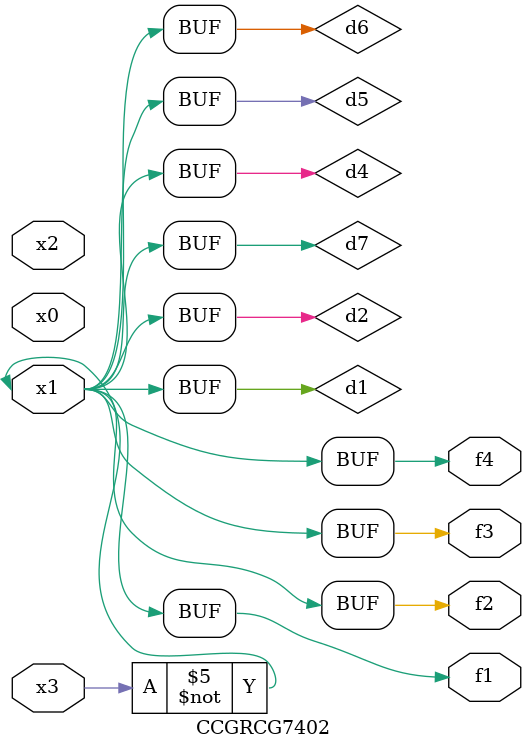
<source format=v>
module CCGRCG7402(
	input x0, x1, x2, x3,
	output f1, f2, f3, f4
);

	wire d1, d2, d3, d4, d5, d6, d7;

	not (d1, x3);
	buf (d2, x1);
	xnor (d3, d1, d2);
	nor (d4, d1);
	buf (d5, d1, d2);
	buf (d6, d4, d5);
	nand (d7, d4);
	assign f1 = d6;
	assign f2 = d7;
	assign f3 = d6;
	assign f4 = d6;
endmodule

</source>
